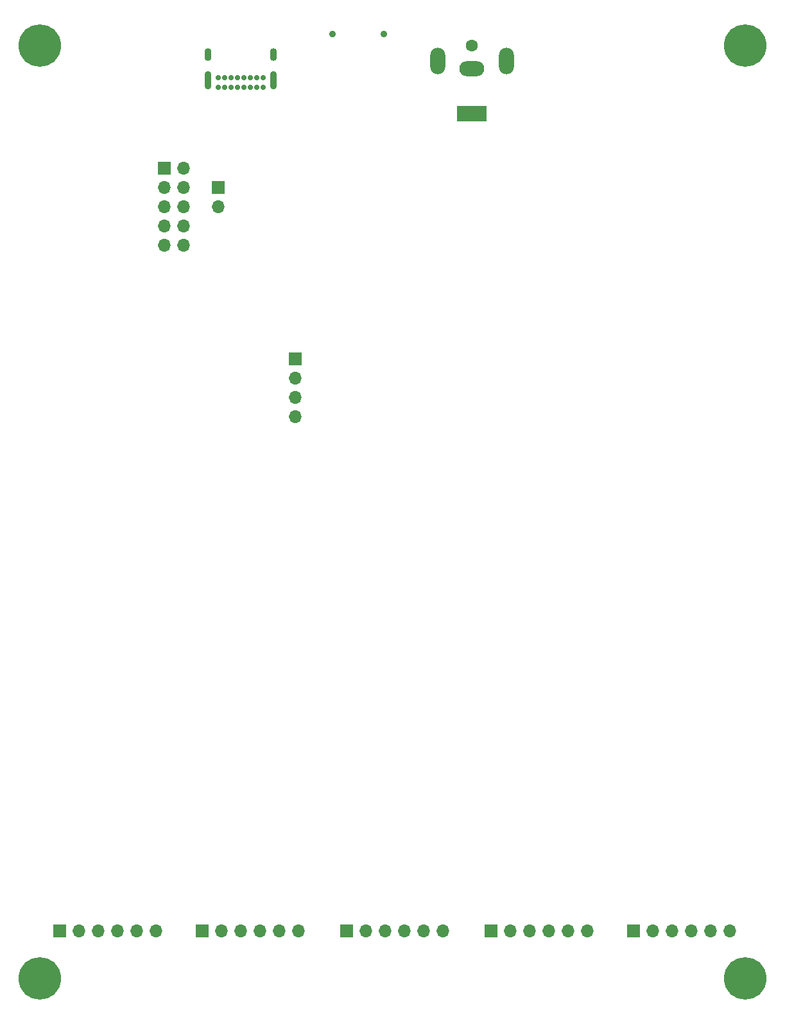
<source format=gbr>
G04 #@! TF.GenerationSoftware,KiCad,Pcbnew,8.0.2*
G04 #@! TF.CreationDate,2024-05-15T00:12:31-07:00*
G04 #@! TF.ProjectId,Flying_Fader,466c7969-6e67-45f4-9661-6465722e6b69,1*
G04 #@! TF.SameCoordinates,Original*
G04 #@! TF.FileFunction,Soldermask,Bot*
G04 #@! TF.FilePolarity,Negative*
%FSLAX46Y46*%
G04 Gerber Fmt 4.6, Leading zero omitted, Abs format (unit mm)*
G04 Created by KiCad (PCBNEW 8.0.2) date 2024-05-15 00:12:31*
%MOMM*%
%LPD*%
G01*
G04 APERTURE LIST*
%ADD10C,5.600000*%
%ADD11C,0.900000*%
%ADD12R,1.700000X1.700000*%
%ADD13O,1.700000X1.700000*%
%ADD14C,1.600000*%
%ADD15R,4.000000X2.000000*%
%ADD16O,3.300000X2.000000*%
%ADD17O,2.000000X3.500000*%
%ADD18C,0.700000*%
%ADD19O,0.900000X2.400000*%
%ADD20O,0.900000X1.700000*%
G04 APERTURE END LIST*
D10*
X136500000Y-162000000D03*
X43500000Y-162000000D03*
X136500000Y-39000000D03*
X43500000Y-39000000D03*
D11*
X88900000Y-37500000D03*
X82100000Y-37500000D03*
D12*
X59939000Y-55123000D03*
D13*
X62479000Y-55123000D03*
X59939000Y-57663000D03*
X62479000Y-57663000D03*
X59939000Y-60203000D03*
X62479000Y-60203000D03*
X59939000Y-62743000D03*
X62479000Y-62743000D03*
X59939000Y-65283000D03*
X62479000Y-65283000D03*
D14*
X100500000Y-39000000D03*
D15*
X100500000Y-48000000D03*
D16*
X100500000Y-42000000D03*
D17*
X105000000Y-41000000D03*
X96000000Y-41000000D03*
D13*
X115736500Y-155760000D03*
X113196500Y-155760000D03*
X110656500Y-155760000D03*
X108116500Y-155760000D03*
X105576500Y-155760000D03*
D12*
X103036500Y-155760000D03*
D13*
X77636500Y-155760000D03*
X75096500Y-155760000D03*
X72556500Y-155760000D03*
X70016500Y-155760000D03*
X67476500Y-155760000D03*
D12*
X64936500Y-155760000D03*
D13*
X96686500Y-155760000D03*
X94146500Y-155760000D03*
X91606500Y-155760000D03*
X89066500Y-155760000D03*
X86526500Y-155760000D03*
D12*
X83986500Y-155760000D03*
D13*
X134532500Y-155760000D03*
X131992500Y-155760000D03*
X129452500Y-155760000D03*
X126912500Y-155760000D03*
X124372500Y-155760000D03*
D12*
X121832500Y-155760000D03*
D18*
X72975000Y-44525000D03*
X72125000Y-44525000D03*
X71275000Y-44525000D03*
X70425000Y-44525000D03*
X69575000Y-44525000D03*
X68725000Y-44525000D03*
X67875000Y-44525000D03*
X67025000Y-44525000D03*
X67025000Y-43175000D03*
X67875000Y-43175000D03*
X68725000Y-43175000D03*
X69575000Y-43175000D03*
X70425000Y-43175000D03*
X71275000Y-43175000D03*
X72125000Y-43175000D03*
X72975000Y-43175000D03*
D19*
X74325000Y-43545000D03*
D20*
X74325000Y-40165000D03*
D19*
X65675000Y-43545000D03*
D20*
X65675000Y-40165000D03*
D12*
X67000000Y-57725000D03*
D13*
X67000000Y-60265000D03*
X58840500Y-155760000D03*
X56300500Y-155760000D03*
X53760500Y-155760000D03*
X51220500Y-155760000D03*
X48680500Y-155760000D03*
D12*
X46140500Y-155760000D03*
X77216000Y-80264000D03*
D13*
X77216000Y-82804000D03*
X77216000Y-85344000D03*
X77216000Y-87884000D03*
M02*

</source>
